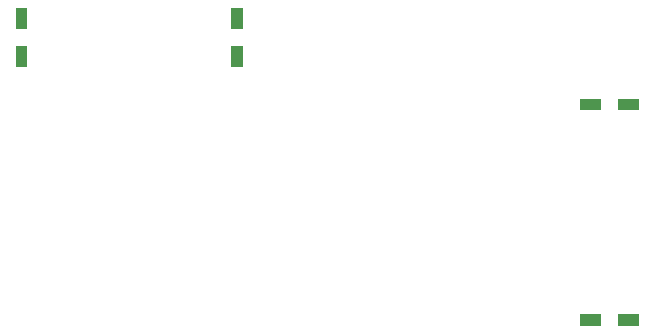
<source format=gbr>
%TF.GenerationSoftware,Altium Limited,Altium Designer,21.8.1 (53)*%
G04 Layer_Color=16711935*
%FSLAX45Y45*%
%MOMM*%
%TF.SameCoordinates,1CF0B822-2DD9-431B-A6BE-AAED35006C4B*%
%TF.FilePolarity,Positive*%
%TF.FileFunction,Keep-out,Top*%
%TF.Part,Single*%
G01*
G75*
G36*
X4445000Y7730000D02*
X4345000D01*
Y7910000D01*
X4445000D01*
Y7730000D01*
D02*
G37*
G36*
Y8050000D02*
X4345000D01*
Y8230000D01*
X4445000D01*
Y8050000D01*
D02*
G37*
G36*
X6270000Y7730000D02*
X6170000D01*
Y7910000D01*
X6270000D01*
Y7730000D01*
D02*
G37*
G36*
Y8050000D02*
X6170000D01*
Y8230000D01*
X6270000D01*
Y8050000D01*
D02*
G37*
G36*
X9305000Y5536400D02*
X9125000D01*
Y5636400D01*
X9305000D01*
Y5536400D01*
D02*
G37*
G36*
X9625000D02*
X9445000D01*
Y5636400D01*
X9625000D01*
Y5536400D01*
D02*
G37*
G36*
X9305000Y7361400D02*
X9125000D01*
Y7461400D01*
X9305000D01*
Y7361400D01*
D02*
G37*
G36*
X9625000D02*
X9445000D01*
Y7461400D01*
X9625000D01*
Y7361400D01*
D02*
G37*
%TF.MD5,5ae162eb1611881818b78918e1e3ee3e*%
M02*

</source>
